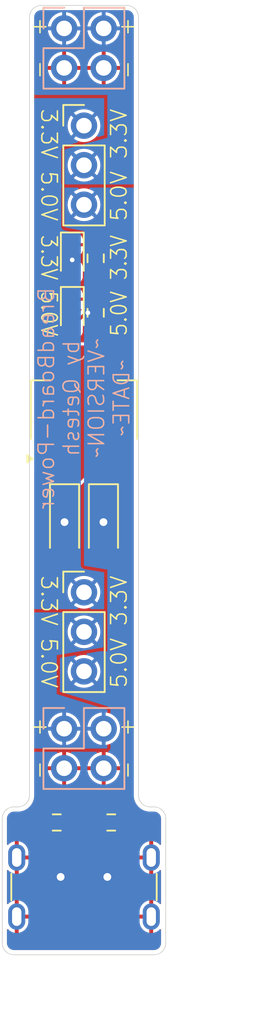
<source format=kicad_pcb>
(kicad_pcb (version 20240108) (generator "pcbnew") (generator_version "8.0")
  (title_block (title "BreadBoard-Power") (date "${DATE}") (rev "${VERSION}") (company "Qetesh"))
  (layers (0 "F.Cu" signal) (31 "B.Cu" signal) (34 "B.Paste" user) (35 "F.Paste" user) (36 "B.SilkS" user "B.Silkscreen") (37 "F.SilkS" user "F.Silkscreen") (38 "B.Mask" user) (39 "F.Mask" user) (44 "Edge.Cuts" user))
  (property "DATE" "~DATE~")
  (property "VERSION" "~VERSION~")
  (net 0 "")
  (net 1 "+5V")
  (net 2 "GND")
  (net 3 "+3.3V")
  (net 4 "/CC1")
  (net 5 "/CC2")
  (net 6 "/Rail1")
  (net 7 "/Rail2")
  (net 8 "/D1")
  (net 9 "/D2")
  (footprint "LED_SMD:LED_0603_1608Metric_Pad1.05x0.95mm_HandSolder" (layer "F.Cu") (at 189.25 58.5 -90)
    (property "Reference" "D2" (hide yes))
    (property "Value" "3.3V")
    (fp_line (start -1.66 0.735) (end 0.8 0.735) (stroke (width 0.12)) (layer "F.SilkS"))
    (fp_line (start -1.66 -0.735) (end -1.66 0.735) (stroke (width 0.12)) (layer "F.SilkS"))
    (fp_line (start 0.8 -0.735) (end -1.66 -0.735) (stroke (width 0.12)) (layer "F.SilkS"))
    (pad "1" smd roundrect (at -0.875 0 270) (size 1.05 0.95) (layers "F.Cu" "F.Paste" "F.Mask") (net 9 "/D2"))
    (pad "2" smd roundrect (at 0.875 0 270) (size 1.05 0.95) (layers "F.Cu" "F.Paste" "F.Mask") (net 3 "+3.3V"))
  )
  (footprint "Resistor_SMD:R_0603_1608Metric_Pad0.98x0.95mm_HandSolder" (layer "F.Cu") (at 191.75 94.75)
    (property "Reference" "R2" (hide yes))
    (property "Value" "5k1")
    (fp_line (start -0.254724 -0.5225) (end 0.254724 -0.5225) (stroke (width 0.12)) (layer "F.SilkS"))
    (fp_line (start -0.254724 0.5225) (end 0.254724 0.5225) (stroke (width 0.12)) (layer "F.SilkS"))
    (pad "1" smd roundrect (at -0.9125 0) (size 0.975 0.95) (layers "F.Cu" "F.Paste" "F.Mask") (net 5 "/CC2"))
    (pad "2" smd roundrect (at 0.9125 0) (size 0.975 0.95) (layers "F.Cu" "F.Paste" "F.Mask") (net 2 "GND"))
  )
  (footprint "Capacitor_Tantalum_SMD:CP_EIA-3216-18_Kemet-A_Pad1.58x1.35mm_HandSolder" (layer "F.Cu") (at 191.25 75.5 -90)
    (property "Reference" "C1" (hide yes))
    (property "Value" "22u")
    (fp_line (start -2.485 0.935) (end 1.6 0.935) (stroke (width 0.12)) (layer "F.SilkS"))
    (fp_line (start -2.485 -0.935) (end -2.485 0.935) (stroke (width 0.12)) (layer "F.SilkS"))
    (fp_line (start 1.6 -0.935) (end -2.485 -0.935) (stroke (width 0.12)) (layer "F.SilkS"))
    (pad "1" smd roundrect (at -1.4375 0 270) (size 1.575 1.35) (layers "F.Cu" "F.Paste" "F.Mask") (roundrect_rratio 0.185185) (net 1 "+5V"))
    (pad "2" smd roundrect (at 1.4375 0 270) (size 1.575 1.35) (layers "F.Cu" "F.Paste" "F.Mask") (roundrect_rratio 0.185185) (net 2 "GND"))
  )
  (footprint "Connector_USB:USB_C_Receptacle_GCT_USB4125-xx-x_6P_TopMnt_Horizontal" (layer "F.Cu") (at 190 100)
    (property "Reference" "J1" (hide yes))
    (property "Value" "USB_C")
    (fp_line (start -4.67 -0.25) (end -4.67 -1.95) (stroke (width 0.12)) (layer "F.SilkS"))
    (fp_line (start 4.67 -0.25) (end 4.67 -1.95) (stroke (width 0.12)) (layer "F.SilkS"))
    (pad "A5" smd roundrect (at -0.5 -3.08) (size 0.7 1.2) (layers "F.Cu" "F.Paste" "F.Mask") (net 4 "/CC1"))
    (pad "A9" smd roundrect (at 1.52 -3.08 180) (size 0.76 1.2) (layers "F.Cu" "F.Paste" "F.Mask") (net 1 "+5V"))
    (pad "A12" smd roundrect (at 2.75 -3.08 180) (size 0.8 1.2) (layers "F.Cu" "F.Paste" "F.Mask") (net 2 "GND"))
    (pad "B5" smd roundrect (at 0.5 -3.08 180) (size 0.7 1.2) (layers "F.Cu" "F.Paste" "F.Mask") (net 5 "/CC2"))
    (pad "B9" smd roundrect (at -1.52 -3.08) (size 0.76 1.2) (layers "F.Cu" "F.Paste" "F.Mask") (net 1 "+5V"))
    (pad "B12" smd roundrect (at -2.75 -3.08) (size 0.8 1.2) (layers "F.Cu" "F.Paste" "F.Mask") (net 2 "GND"))
    (pad "S1" thru_hole oval (at -4.32 -3) (size 1.1 1.7) (drill oval 0.6 1.2) (layers "*.Cu" "*.Mask" "F.Paste") (net 2 "GND"))
    (pad "S1" thru_hole oval (at -4.32 0.8) (size 1.1 1.7) (drill oval 0.6 1.2) (layers "*.Cu" "*.Mask" "F.Paste") (net 2 "GND"))
    (pad "S1" thru_hole oval (at 4.32 -3) (size 1.1 1.7) (drill oval 0.6 1.2) (layers "*.Cu" "*.Mask" "F.Paste") (net 2 "GND"))
    (pad "S1" thru_hole oval (at 4.32 0.8) (size 1.1 1.7) (drill oval 0.6 1.2) (layers "*.Cu" "*.Mask" "F.Paste") (net 2 "GND"))
  )
  (footprint "Resistor_SMD:R_0603_1608Metric_Pad0.98x0.95mm_HandSolder" (layer "F.Cu") (at 190.75 62 -90)
    (property "Reference" "R3" (hide yes))
    (property "Value" "1.2k")
    (fp_line (start -0.254724 0.5225) (end 0.254724 0.5225) (stroke (width 0.12)) (layer "F.SilkS"))
    (fp_line (start -0.254724 -0.5225) (end 0.254724 -0.5225) (stroke (width 0.12)) (layer "F.SilkS"))
    (pad "1" smd roundrect (at -0.9125 0 270) (size 0.975 0.95) (layers "F.Cu" "F.Paste" "F.Mask") (net 8 "/D1"))
    (pad "2" smd roundrect (at 0.9125 0 270) (size 0.975 0.95) (layers "F.Cu" "F.Paste" "F.Mask") (net 2 "GND"))
  )
  (footprint "LED_SMD:LED_0603_1608Metric_Pad1.05x0.95mm_HandSolder" (layer "F.Cu") (at 189.25 62 -90)
    (property "Reference" "D1" (hide yes))
    (property "Value" "5V")
    (fp_line (start -1.66 0.735) (end 0.8 0.735) (stroke (width 0.12)) (layer "F.SilkS"))
    (fp_line (start -1.66 -0.735) (end -1.66 0.735) (stroke (width 0.12)) (layer "F.SilkS"))
    (fp_line (start 0.8 -0.735) (end -1.66 -0.735) (stroke (width 0.12)) (layer "F.SilkS"))
    (pad "1" smd roundrect (at -0.875 0 270) (size 1.05 0.95) (layers "F.Cu" "F.Paste" "F.Mask") (net 8 "/D1"))
    (pad "2" smd roundrect (at 0.875 0 270) (size 1.05 0.95) (layers "F.Cu" "F.Paste" "F.Mask") (net 1 "+5V"))
  )
  (footprint "Package_TO_SOT_SMD:SOT-223-3_TabPin2" (layer "F.Cu") (at 190 68.25 90)
    (property "Reference" "U1" (hide yes))
    (property "Value" "AMS1117-3.3")
    (fp_line (start 1.91 -3.41) (end 1.91 -2.15) (stroke (width 0.12)) (layer "F.SilkS"))
    (fp_line (start -1.85 -3.41) (end 1.91 -3.41) (stroke (width 0.12)) (layer "F.SilkS"))
    (fp_line (start 1.91 3.41) (end 1.91 2.15) (stroke (width 0.12)) (layer "F.SilkS"))
    (fp_line (start -1.85 3.41) (end 1.91 3.41) (stroke (width 0.12)) (layer "F.SilkS"))
    (fp_poly (pts (xy -3.13 -3.31) (xy -3.37 -3.64) (xy -2.89 -3.64) (xy -3.13 -3.31)) (stroke (width 0.12)) (fill solid) (layer "F.SilkS"))
    (pad "1" smd roundrect (at -3.15 -2.3 90) (size 2 1.5) (layers "F.Cu" "F.Paste" "F.Mask") (net 2 "GND"))
    (pad "2" smd roundrect (at -3.15 0 90) (size 2 1.5) (layers "F.Cu" "F.Paste" "F.Mask") (net 3 "+3.3V"))
    (pad "2" smd roundrect (at 3.15 0 90) (size 2 3.8) (layers "F.Cu" "F.Paste" "F.Mask") (net 3 "+3.3V"))
    (pad "3" smd roundrect (at -3.15 2.3 90) (size 2 1.5) (layers "F.Cu" "F.Paste" "F.Mask") (net 1 "+5V"))
  )
  (footprint "Connector_PinHeader_2.54mm:PinHeader_1x03_P2.54mm_Vertical" (layer "F.Cu") (at 190 49.975)
    (property "Reference" "JP1" (hide yes))
    (property "Value" "Rail1_Sel")
    (fp_line (start -1.33 -1.33) (end 0 -1.33) (stroke (width 0.12)) (layer "F.SilkS"))
    (fp_line (start -1.33 0) (end -1.33 -1.33) (stroke (width 0.12)) (layer "F.SilkS"))
    (fp_line (start -1.33 1.27) (end -1.33 6.41) (stroke (width 0.12)) (layer "F.SilkS"))
    (fp_line (start -1.33 1.27) (end 1.33 1.27) (stroke (width 0.12)) (layer "F.SilkS"))
    (fp_line (start -1.33 6.41) (end 1.33 6.41) (stroke (width 0.12)) (layer "F.SilkS"))
    (fp_line (start 1.33 1.27) (end 1.33 6.41) (stroke (width 0.12)) (layer "F.SilkS"))
    (pad "1" thru_hole circle (at 0 0) (size 1.7 1.7) (drill 1) (layers "*.Cu" "*.Mask") (net 3 "+3.3V"))
    (pad "2" thru_hole oval (at 0 2.54) (size 1.7 1.7) (drill 1) (layers "*.Cu" "*.Mask") (net 6 "/Rail1"))
    (pad "3" thru_hole oval (at 0 5.08) (size 1.7 1.7) (drill 1) (layers "*.Cu" "*.Mask") (net 1 "+5V"))
  )
  (footprint "Connector_PinHeader_2.54mm:PinHeader_1x03_P2.54mm_Vertical" (layer "F.Cu") (at 190 79.96)
    (property "Reference" "JP2" (hide yes))
    (property "Value" "Rail2_Sel")
    (fp_line (start -1.33 -1.33) (end 0 -1.33) (stroke (width 0.12)) (layer "F.SilkS"))
    (fp_line (start -1.33 0) (end -1.33 -1.33) (stroke (width 0.12)) (layer "F.SilkS"))
    (fp_line (start -1.33 1.27) (end -1.33 6.41) (stroke (width 0.12)) (layer "F.SilkS"))
    (fp_line (start -1.33 1.27) (end 1.33 1.27) (stroke (width 0.12)) (layer "F.SilkS"))
    (fp_line (start -1.33 6.41) (end 1.33 6.41) (stroke (width 0.12)) (layer "F.SilkS"))
    (fp_line (start 1.33 1.27) (end 1.33 6.41) (stroke (width 0.12)) (layer "F.SilkS"))
    (pad "1" thru_hole circle (at 0 0) (size 1.7 1.7) (drill 1) (layers "*.Cu" "*.Mask") (net 3 "+3.3V"))
    (pad "2" thru_hole oval (at 0 2.54) (size 1.7 1.7) (drill 1) (layers "*.Cu" "*.Mask") (net 7 "/Rail2"))
    (pad "3" thru_hole oval (at 0 5.08) (size 1.7 1.7) (drill 1) (layers "*.Cu" "*.Mask") (net 1 "+5V"))
  )
  (footprint "Resistor_SMD:R_0603_1608Metric_Pad0.98x0.95mm_HandSolder" (layer "F.Cu") (at 188.25 94.75 180)
    (property "Reference" "R1" (hide yes))
    (property "Value" "5k1")
    (fp_line (start -0.254724 0.5225) (end 0.254724 0.5225) (stroke (width 0.12)) (layer "F.SilkS"))
    (fp_line (start -0.254724 -0.5225) (end 0.254724 -0.5225) (stroke (width 0.12)) (layer "F.SilkS"))
    (pad "1" smd roundrect (at -0.9125 0 180) (size 0.975 0.95) (layers "F.Cu" "F.Paste" "F.Mask") (net 4 "/CC1"))
    (pad "2" smd roundrect (at 0.9125 0 180) (size 0.975 0.95) (layers "F.Cu" "F.Paste" "F.Mask") (net 2 "GND"))
  )
  (footprint "Resistor_SMD:R_0603_1608Metric_Pad0.98x0.95mm_HandSolder" (layer "F.Cu") (at 190.75 58.5 -90)
    (property "Reference" "R4" (hide yes))
    (property "Value" "680R")
    (fp_line (start -0.254724 0.5225) (end 0.254724 0.5225) (stroke (width 0.12)) (layer "F.SilkS"))
    (fp_line (start -0.254724 -0.5225) (end 0.254724 -0.5225) (stroke (width 0.12)) (layer "F.SilkS"))
    (pad "1" smd roundrect (at -0.9125 0 270) (size 0.975 0.95) (layers "F.Cu" "F.Paste" "F.Mask") (net 9 "/D2"))
    (pad "2" smd roundrect (at 0.9125 0 270) (size 0.975 0.95) (layers "F.Cu" "F.Paste" "F.Mask") (net 2 "GND"))
  )
  (footprint "Capacitor_Tantalum_SMD:CP_EIA-3216-18_Kemet-A_Pad1.58x1.35mm_HandSolder" (layer "F.Cu") (at 188.75 75.5 -90)
    (property "Reference" "C2" (hide yes))
    (property "Value" "22u")
    (fp_line (start -2.485 0.935) (end 1.6 0.935) (stroke (width 0.12)) (layer "F.SilkS"))
    (fp_line (start -2.485 -0.935) (end -2.485 0.935) (stroke (width 0.12)) (layer "F.SilkS"))
    (fp_line (start 1.6 -0.935) (end -2.485 -0.935) (stroke (width 0.12)) (layer "F.SilkS"))
    (pad "1" smd roundrect (at -1.4375 0 270) (size 1.575 1.35) (layers "F.Cu" "F.Paste" "F.Mask") (roundrect_rratio 0.185185) (net 3 "+3.3V"))
    (pad "2" smd roundrect (at 1.4375 0 270) (size 1.575 1.35) (layers "F.Cu" "F.Paste" "F.Mask") (roundrect_rratio 0.185185) (net 2 "GND"))
  )
  (footprint "Connector_PinHeader_2.54mm:PinHeader_2x02_P2.54mm_Vertical" (layer "B.Cu") (at 188.725 43.725 -90)
    (property "Reference" "J2" (hide yes))
    (property "Value" "Rail1")
    (fp_line (start -1.33 1.33) (end -1.33 0) (stroke (width 0.12)) (layer "B.SilkS"))
    (fp_line (start 0 1.33) (end -1.33 1.33) (stroke (width 0.12)) (layer "B.SilkS"))
    (fp_line (start 1.27 1.33) (end 1.27 -1.27) (stroke (width 0.12)) (layer "B.SilkS"))
    (fp_line (start 3.87 1.33) (end 1.27 1.33) (stroke (width 0.12)) (layer "B.SilkS"))
    (fp_line (start 1.27 -1.27) (end -1.33 -1.27) (stroke (width 0.12)) (layer "B.SilkS"))
    (fp_line (start -1.33 -3.87) (end -1.33 -1.27) (stroke (width 0.12)) (layer "B.SilkS"))
    (fp_line (start 3.87 -3.87) (end 3.87 1.33) (stroke (width 0.12)) (layer "B.SilkS"))
    (fp_line (start 3.87 -3.87) (end -1.33 -3.87) (stroke (width 0.12)) (layer "B.SilkS"))
    (pad "1" thru_hole circle (at 0 0 270) (size 1.7 1.7) (drill 1) (layers "*.Cu" "*.Mask") (net 6 "/Rail1"))
    (pad "2" thru_hole oval (at 2.54 0 270) (size 1.7 1.7) (drill 1) (layers "*.Cu" "*.Mask") (net 2 "GND"))
    (pad "3" thru_hole oval (at 0 -2.54 270) (size 1.7 1.7) (drill 1) (layers "*.Cu" "*.Mask") (net 6 "/Rail1"))
    (pad "4" thru_hole oval (at 2.54 -2.54 270) (size 1.7 1.7) (drill 1) (layers "*.Cu" "*.Mask") (net 2 "GND"))
  )
  (footprint "Connector_PinHeader_2.54mm:PinHeader_2x02_P2.54mm_Vertical" (layer "B.Cu") (at 188.725 88.725 -90)
    (property "Reference" "J3" (hide yes))
    (property "Value" "Rail2")
    (fp_line (start -1.33 1.33) (end -1.33 0) (stroke (width 0.12)) (layer "B.SilkS"))
    (fp_line (start 0 1.33) (end -1.33 1.33) (stroke (width 0.12)) (layer "B.SilkS"))
    (fp_line (start 1.27 1.33) (end 1.27 -1.27) (stroke (width 0.12)) (layer "B.SilkS"))
    (fp_line (start 3.87 1.33) (end 1.27 1.33) (stroke (width 0.12)) (layer "B.SilkS"))
    (fp_line (start 1.27 -1.27) (end -1.33 -1.27) (stroke (width 0.12)) (layer "B.SilkS"))
    (fp_line (start -1.33 -3.87) (end -1.33 -1.27) (stroke (width 0.12)) (layer "B.SilkS"))
    (fp_line (start 3.87 -3.87) (end 3.87 1.33) (stroke (width 0.12)) (layer "B.SilkS"))
    (fp_line (start 3.87 -3.87) (end -1.33 -3.87) (stroke (width 0.12)) (layer "B.SilkS"))
    (pad "1" thru_hole circle (at 0 0 270) (size 1.7 1.7) (drill 1) (layers "*.Cu" "*.Mask") (net 7 "/Rail2"))
    (pad "2" thru_hole oval (at 2.54 0 270) (size 1.7 1.7) (drill 1) (layers "*.Cu" "*.Mask") (net 2 "GND"))
    (pad "3" thru_hole oval (at 0 -2.54 270) (size 1.7 1.7) (drill 1) (layers "*.Cu" "*.Mask") (net 7 "/Rail2"))
    (pad "4" thru_hole oval (at 2.54 -2.54 270) (size 1.7 1.7) (drill 1) (layers "*.Cu" "*.Mask") (net 2 "GND"))
  )
  (gr_line (start 187.25 42.25) (end 192.75 42.25) (stroke (width 0.05)) (layer "Edge.Cuts"))
  (gr_line (start 184.75 102.5) (end 184.75 94.5) (stroke (width 0.05)) (layer "Edge.Cuts"))
  (gr_arc (start 185.5 103.25) (mid 184.96967 103.03033) (end 184.75 102.5) (stroke (width 0.05)) (layer "Edge.Cuts"))
  (gr_line (start 186.5 43) (end 186.5 93) (stroke (width 0.05)) (layer "Edge.Cuts"))
  (gr_line (start 193.5 43) (end 193.5 93) (stroke (width 0.05)) (layer "Edge.Cuts"))
  (gr_line (start 185.5 93.75) (end 185.75 93.75) (stroke (width 0.05)) (layer "Edge.Cuts"))
  (gr_line (start 195.25 94.5) (end 195.25 102.5) (stroke (width 0.05)) (layer "Edge.Cuts"))
  (gr_arc (start 195.25 102.5) (mid 195.03033 103.03033) (end 194.5 103.25) (stroke (width 0.05)) (layer "Edge.Cuts"))
  (gr_arc (start 194.25 93.75) (mid 193.71967 93.53033) (end 193.5 93) (stroke (width 0.05)) (layer "Edge.Cuts"))
  (gr_arc (start 186.5 93) (mid 186.28033 93.53033) (end 185.75 93.75) (stroke (width 0.05)) (layer "Edge.Cuts"))
  (gr_arc (start 192.75 42.25) (mid 193.28033 42.46967) (end 193.5 43) (stroke (width 0.05)) (layer "Edge.Cuts"))
  (gr_line (start 194.5 103.25) (end 185.5 103.25) (stroke (width 0.05)) (layer "Edge.Cuts"))
  (gr_arc (start 186.5 43) (mid 186.71967 42.46967) (end 187.25 42.25) (stroke (width 0.05)) (layer "Edge.Cuts"))
  (gr_arc (start 194.5 93.75) (mid 195.03033 93.96967) (end 195.25 94.5) (stroke (width 0.05)) (layer "Edge.Cuts"))
  (gr_line (start 194.25 93.75) (end 194.5 93.75) (stroke (width 0.05)) (layer "Edge.Cuts"))
  (gr_arc (start 184.75 94.5) (mid 184.96967 93.96967) (end 185.5 93.75) (stroke (width 0.05)) (layer "Edge.Cuts"))
  (gr_text "BreadBoard-Power\nby Qetesh\n${VERSION}\n${DATE}" (at 190 67.5 90) (layer "B.SilkS") (effects (font (size 1 1) (thickness 0.1)) (justify mirror)))
  (gr_text "-  +" (at 192.75 90 90) (layer "F.SilkS") (effects (font (size 1 1) (thickness 0.1))))
  (gr_text "+  -" (at 187.25 90 -90) (layer "F.SilkS") (effects (font (size 1 1) (thickness 0.1))))
  (gr_text "3.3V 5.0V" (at 187.75 82.5 270) (layer "F.SilkS") (effects (font (size 1 1) (thickness 0.1))))
  (gr_text "5.0V 3.3V" (at 192.25 52.5 90) (layer "F.SilkS") (effects (font (size 1 1) (thickness 0.1))))
  (gr_text "3.3V 5.0V" (at 187.75 60.25 270) (layer "F.SilkS") (effects (font (size 1 0.9) (thickness 0.1))))
  (gr_text "5.0V 3.3V" (at 192.25 82.5 90) (layer "F.SilkS") (effects (font (size 1 1) (thickness 0.1))))
  (gr_text "+  -" (at 187.25 45 -90) (layer "F.SilkS") (effects (font (size 1 1) (thickness 0.1))))
  (gr_text "3.3V 5.0V" (at 187.75 52.5 270) (layer "F.SilkS") (effects (font (size 1 1) (thickness 0.1))))
  (gr_text "-  +" (at 192.75 45 90) (layer "F.SilkS") (effects (font (size 1 1) (thickness 0.1))))
  (gr_text "5.0V 3.3V" (at 192.25 60.25 90) (layer "F.SilkS") (effects (font (size 1 0.9) (thickness 0.1))))
  (segment (start 190.125 62) (end 189.25 62.875) (width 0.2) (layer "F.Cu") (net 1))
  (segment (start 188.48 96.92) (end 188.48 98.23) (width 0.5) (layer "F.Cu") (net 1))
  (segment (start 188.48 98.23) (end 188.5 98.25) (width 0.5) (layer "F.Cu") (net 1))
  (segment (start 192.3 71.4) (end 192.3 73.0125) (width 0.5) (layer "F.Cu") (net 1))
  (segment (start 191.25 75.45) (end 191.25 74.0625) (width 0.5) (layer "F.Cu") (net 1))
  (segment (start 192.3 73.0125) (end 191.25 74.0625) (width 0.5) (layer "F.Cu") (net 1))
  (segment (start 190.25 62) (end 190.125 62) (width 0.2) (layer "F.Cu") (net 1))
  (segment (start 191.52 96.92) (end 191.52 98.23) (width 0.5) (layer "F.Cu") (net 1))
  (segment (start 191.52 98.23) (end 191.5 98.25) (width 0.5) (layer "F.Cu") (net 1))
  (via (at 191.25 75.45) (size 1) (drill 0.5) (layers "F.Cu" "B.Cu") (net 1))
  (via (at 190.25 62) (size 0.5) (drill 0.3) (layers "F.Cu" "B.Cu") (net 1))
  (via (at 191.5 98.25) (size 1) (drill 0.5) (layers "F.Cu" "B.Cu") (net 1))
  (via (at 188.5 98.25) (size 1) (drill 0.5) (layers "F.Cu" "B.Cu") (net 1))
  (segment (start 188.75 73.5) (end 188.75 74.0625) (width 0.5) (layer "F.Cu") (net 3))
  (segment (start 189.25 58.608047) (end 189.241953 58.6) (width 0.2) (layer "F.Cu") (net 3))
  (segment (start 190 65.1) (end 190 72.25) (width 0.5) (layer "F.Cu") (net 3))
  (segment (start 190 72.25) (end 188.75 73.5) (width 0.5) (layer "F.Cu") (net 3))
  (segment (start 188.75 75.45) (end 188.75 74.0625) (width 0.5) (layer "F.Cu") (net 3))
  (segment (start 189.25 59.375) (end 189.25 58.608047) (width 0.2) (layer "F.Cu") (net 3))
  (via (at 188.75 75.45) (size 1) (drill 0.5) (layers "F.Cu" "B.Cu") (net 3))
  (via (at 189.241953 58.6) (size 0.5) (drill 0.3) (layers "F.Cu" "B.Cu") (net 3))
  (segment (start 189.5 96.92) (end 189.5 95.0875) (width 0.2) (layer "F.Cu") (net 4))
  (segment (start 189.5 95.0875) (end 189.1625 94.75) (width 0.2) (layer "F.Cu") (net 4))
  (segment (start 190.5 95.0875) (end 190.8375 94.75) (width 0.2) (layer "F.Cu") (net 5))
  (segment (start 190.5 96.92) (end 190.5 95.0875) (width 0.2) (layer "F.Cu") (net 5))
  (segment (start 189.25 61.125) (end 190.7125 61.125) (width 0.2) (layer "F.Cu") (net 8))
  (segment (start 190.7125 61.125) (end 190.75 61.0875) (width 0.2) (layer "F.Cu") (net 8))
  (segment (start 189.25 57.625) (end 190.7125 57.625) (width 0.2) (layer "F.Cu") (net 9))
  (segment (start 190.7125 57.625) (end 190.75 57.5875) (width 0.2) (layer "F.Cu") (net 9))
  (zone (net 2) (net_name "GND") (layer "F.Cu") (connect_pads (clearance 0.2)) (min_thickness 0.1) (fill yes (thermal_gap 0.2) (thermal_bridge_width 0.25))
    (polygon (pts (xy 185 42.25) (xy 195 42.25) (xy 195 103.25) (xy 185 103.25)))
  )
  (zone (net 3) (net_name "+3.3V") (layer "B.Cu") (connect_pads (clearance 0.2)) (min_thickness 0.127) (fill yes (thermal_gap 0.2) (thermal_bridge_width 0.25))
    (polygon (pts (xy 186.5 48) (xy 191.5 48) (xy 191.5 81.25) (xy 186.5 81.25)))
  )
  (zone (net 6) (net_name "/Rail1") (layer "B.Cu") (priority 1) (connect_pads (clearance 0.2)) (min_thickness 0.127) (fill yes (thermal_gap 0.2) (thermal_bridge_width 0.25))
    (polygon (pts (xy 188.75 53.75) (xy 193.5 53.75) (xy 193.5 42.25) (xy 186.5 42.25) (xy 186.5 48) (xy 191.5 48) (xy 191.5 50.75) (xy 188.75 51.5)))
  )
  (zone (net 1) (net_name "+5V") (layer "B.Cu") (connect_pads (clearance 0.2)) (min_thickness 0.127) (fill yes (thermal_gap 0.2) (thermal_bridge_width 0.25))
    (polygon (pts (xy 185 95.75) (xy 185 86.25) (xy 188.25 86.25) (xy 188.25 83.75) (xy 190 83.75) (xy 191.5 83.75) (xy 191.5 78.5) (xy 190 78.25) (xy 190 56.75) (xy 188.75 56.5) (xy 188.75 53.75) (xy 195 53.75) (xy 195 103.25) (xy 185 103.25)))
  )
  (zone (net 7) (net_name "/Rail2") (layer "B.Cu") (priority 2) (connect_pads (clearance 0.2)) (min_thickness 0.127) (fill yes (thermal_gap 0.2) (thermal_bridge_width 0.25))
    (polygon (pts (xy 186.5 81.25) (xy 191.25 81.25) (xy 191.25 83.5) (xy 188.25 84) (xy 188.25 86.5) (xy 191.5 87.5) (xy 191.5 90) (xy 186.5 90)))
  )
)
</source>
